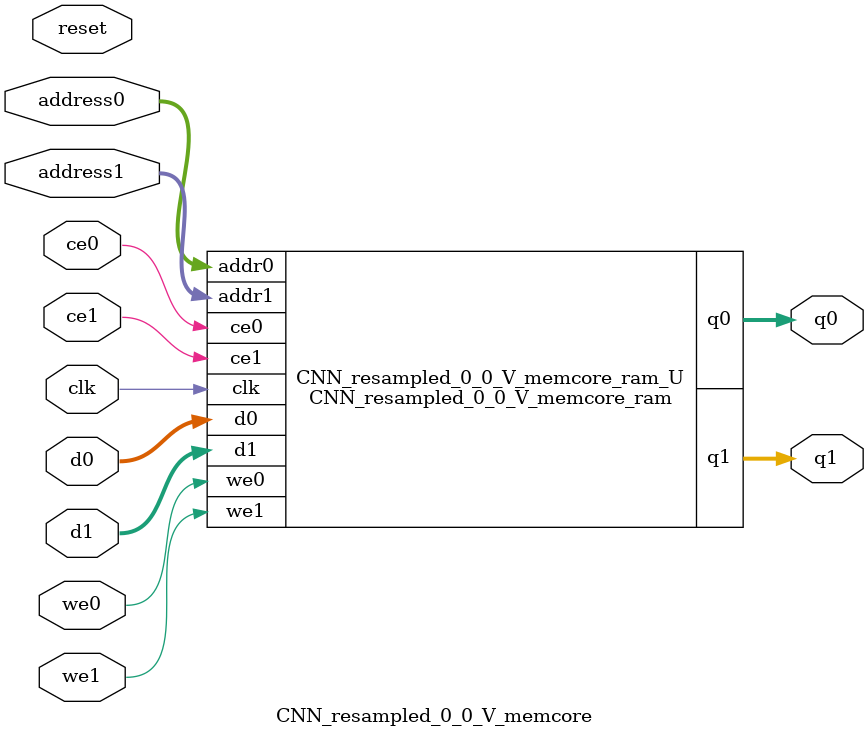
<source format=v>

`timescale 1 ns / 1 ps
module CNN_resampled_0_0_V_memcore_ram (addr0, ce0, d0, we0, q0, addr1, ce1, d1, we1, q1,  clk);

parameter DWIDTH = 18;
parameter AWIDTH = 11;
parameter MEM_SIZE = 1568;

input[AWIDTH-1:0] addr0;
input ce0;
input[DWIDTH-1:0] d0;
input we0;
output reg[DWIDTH-1:0] q0;
input[AWIDTH-1:0] addr1;
input ce1;
input[DWIDTH-1:0] d1;
input we1;
output reg[DWIDTH-1:0] q1;
input clk;

(* ram_style = "block" *)reg [DWIDTH-1:0] ram[0:MEM_SIZE-1];




always @(posedge clk)  
begin 
    if (ce0) 
    begin
        if (we0) 
        begin 
            ram[addr0] <= d0; 
            q0 <= d0;
        end 
        else 
            q0 <= ram[addr0];
    end
end


always @(posedge clk)  
begin 
    if (ce1) 
    begin
        if (we1) 
        begin 
            ram[addr1] <= d1; 
            q1 <= d1;
        end 
        else 
            q1 <= ram[addr1];
    end
end


endmodule


`timescale 1 ns / 1 ps
module CNN_resampled_0_0_V_memcore(
    reset,
    clk,
    address0,
    ce0,
    we0,
    d0,
    q0,
    address1,
    ce1,
    we1,
    d1,
    q1);

parameter DataWidth = 32'd18;
parameter AddressRange = 32'd1568;
parameter AddressWidth = 32'd11;
input reset;
input clk;
input[AddressWidth - 1:0] address0;
input ce0;
input we0;
input[DataWidth - 1:0] d0;
output[DataWidth - 1:0] q0;
input[AddressWidth - 1:0] address1;
input ce1;
input we1;
input[DataWidth - 1:0] d1;
output[DataWidth - 1:0] q1;



CNN_resampled_0_0_V_memcore_ram CNN_resampled_0_0_V_memcore_ram_U(
    .clk( clk ),
    .addr0( address0 ),
    .ce0( ce0 ),
    .we0( we0 ),
    .d0( d0 ),
    .q0( q0 ),
    .addr1( address1 ),
    .ce1( ce1 ),
    .we1( we1 ),
    .d1( d1 ),
    .q1( q1 ));

endmodule


</source>
